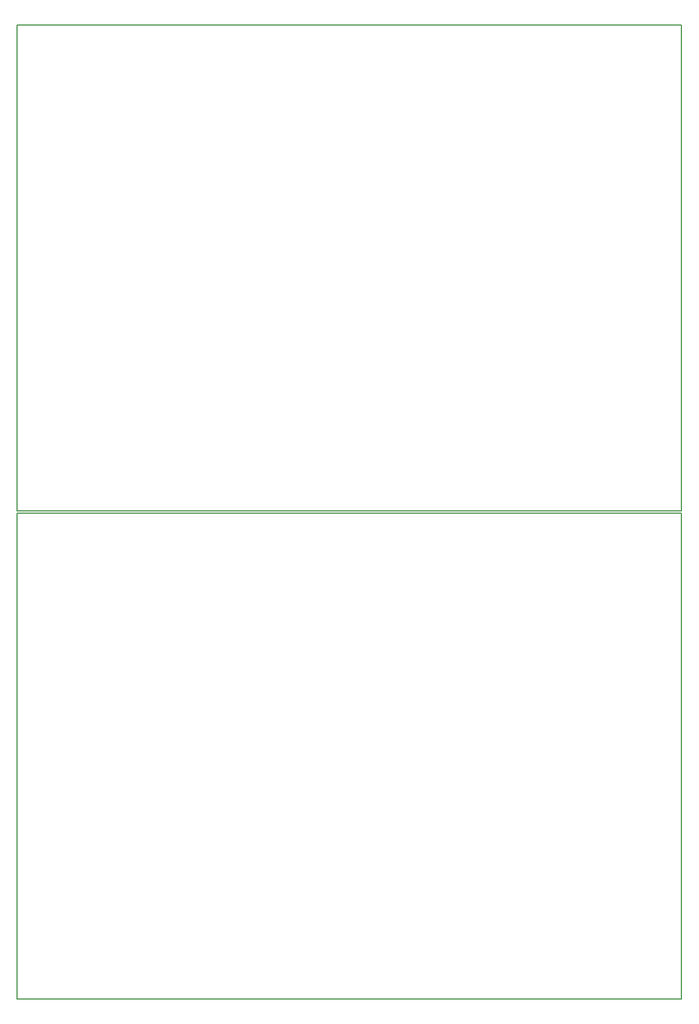
<source format=gbr>
G04 #@! TF.FileFunction,Profile,NP*
%FSLAX46Y46*%
G04 Gerber Fmt 4.6, Leading zero omitted, Abs format (unit mm)*
G04 Created by KiCad (PCBNEW (2014-jul-16 BZR unknown)-product) date Sa 01 Nov 2014 20:47:10 CET*
%MOMM*%
G01*
G04 APERTURE LIST*
%ADD10C,0.150000*%
%ADD11C,0.200000*%
G04 APERTURE END LIST*
D10*
D11*
X25400000Y-96860000D02*
X25400000Y-169250000D01*
X25400000Y-169250000D02*
X124460000Y-169250000D01*
X124460000Y-169250000D02*
X124460000Y-96860000D01*
X124460000Y-96860000D02*
X25400000Y-96860000D01*
X124460000Y-24130000D02*
X25400000Y-24130000D01*
X124460000Y-96520000D02*
X124460000Y-24130000D01*
X25400000Y-96520000D02*
X124460000Y-96520000D01*
X25400000Y-24130000D02*
X25400000Y-96520000D01*
M02*

</source>
